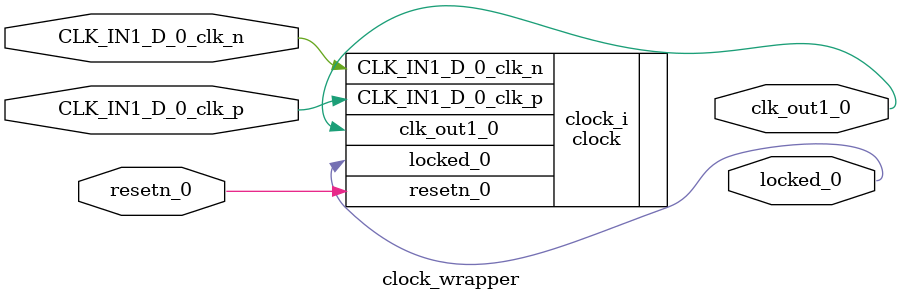
<source format=v>
`timescale 1 ps / 1 ps

module clock_wrapper
   (CLK_IN1_D_0_clk_n,
    CLK_IN1_D_0_clk_p,
    clk_out1_0,
    locked_0,
    resetn_0);
  input CLK_IN1_D_0_clk_n;
  input CLK_IN1_D_0_clk_p;
  output clk_out1_0;
  output locked_0;
  input resetn_0;

  wire CLK_IN1_D_0_clk_n;
  wire CLK_IN1_D_0_clk_p;
  wire clk_out1_0;
  wire locked_0;
  wire resetn_0;

  clock clock_i
       (.CLK_IN1_D_0_clk_n(CLK_IN1_D_0_clk_n),
        .CLK_IN1_D_0_clk_p(CLK_IN1_D_0_clk_p),
        .clk_out1_0(clk_out1_0),
        .locked_0(locked_0),
        .resetn_0(resetn_0));
endmodule

</source>
